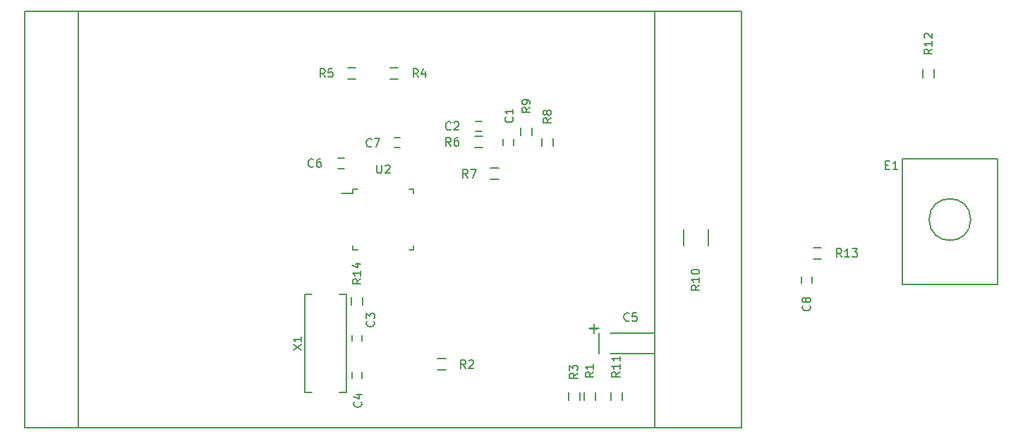
<source format=gbr>
G04 #@! TF.FileFunction,Legend,Top*
%FSLAX46Y46*%
G04 Gerber Fmt 4.6, Leading zero omitted, Abs format (unit mm)*
G04 Created by KiCad (PCBNEW (2015-06-16 BZR 5762, Git d3b3131)-product) date 2015.07.06. 6:50:41*
%MOMM*%
G01*
G04 APERTURE LIST*
%ADD10C,0.100000*%
%ADD11C,0.150000*%
G04 APERTURE END LIST*
D10*
D11*
X87411000Y-46070000D02*
X87411000Y-45370000D01*
X88611000Y-45370000D02*
X88611000Y-46070000D01*
X84105000Y-43215000D02*
X84805000Y-43215000D01*
X84805000Y-44415000D02*
X84105000Y-44415000D01*
X69250000Y-69565000D02*
X69250000Y-68865000D01*
X70450000Y-68865000D02*
X70450000Y-69565000D01*
X70450000Y-73310000D02*
X70450000Y-74010000D01*
X69250000Y-74010000D02*
X69250000Y-73310000D01*
X100269040Y-71048880D02*
X105470960Y-71048880D01*
X105470960Y-68651120D02*
X100269040Y-68651120D01*
X98270060Y-67551300D02*
X98270060Y-68651120D01*
X97670620Y-68051680D02*
X98869500Y-68051680D01*
X98874580Y-68651120D02*
X98874580Y-71048880D01*
X68295000Y-48860000D02*
X67595000Y-48860000D01*
X67595000Y-47660000D02*
X68295000Y-47660000D01*
X74326000Y-45183500D02*
X75026000Y-45183500D01*
X75026000Y-46383500D02*
X74326000Y-46383500D01*
X124425000Y-61880000D02*
X124425000Y-62580000D01*
X123225000Y-62580000D02*
X123225000Y-61880000D01*
X143500000Y-55000000D02*
G75*
G03X143500000Y-55000000I-2500000J0D01*
G01*
X135250000Y-62750000D02*
X146750000Y-62750000D01*
X146750000Y-62750000D02*
X146750000Y-47750000D01*
X146750000Y-47750000D02*
X135250000Y-47750000D01*
X135250000Y-47750000D02*
X135250000Y-62750000D01*
X98465000Y-75700000D02*
X98465000Y-76700000D01*
X97115000Y-76700000D02*
X97115000Y-75700000D01*
X79510000Y-71715000D02*
X80510000Y-71715000D01*
X80510000Y-73065000D02*
X79510000Y-73065000D01*
X96560000Y-75700000D02*
X96560000Y-76700000D01*
X95210000Y-76700000D02*
X95210000Y-75700000D01*
X73795000Y-36790000D02*
X74795000Y-36790000D01*
X74795000Y-38140000D02*
X73795000Y-38140000D01*
X69715000Y-38140000D02*
X68715000Y-38140000D01*
X68715000Y-36790000D02*
X69715000Y-36790000D01*
X84955000Y-46395000D02*
X83955000Y-46395000D01*
X83955000Y-45045000D02*
X84955000Y-45045000D01*
X86860000Y-50205000D02*
X85860000Y-50205000D01*
X85860000Y-48855000D02*
X86860000Y-48855000D01*
X92035000Y-46220000D02*
X92035000Y-45220000D01*
X93385000Y-45220000D02*
X93385000Y-46220000D01*
X89495000Y-44950000D02*
X89495000Y-43950000D01*
X90845000Y-43950000D02*
X90845000Y-44950000D01*
X111965000Y-56150000D02*
X111965000Y-58150000D01*
X109015000Y-58150000D02*
X109015000Y-56150000D01*
X101640000Y-75700000D02*
X101640000Y-76700000D01*
X100290000Y-76700000D02*
X100290000Y-75700000D01*
X137755000Y-37965000D02*
X137755000Y-36965000D01*
X139105000Y-36965000D02*
X139105000Y-37965000D01*
X124595000Y-58380000D02*
X125595000Y-58380000D01*
X125595000Y-59730000D02*
X124595000Y-59730000D01*
X70525000Y-64270000D02*
X70525000Y-65270000D01*
X69175000Y-65270000D02*
X69175000Y-64270000D01*
X69375000Y-51375000D02*
X69375000Y-51900000D01*
X76625000Y-51375000D02*
X76625000Y-51900000D01*
X76625000Y-58625000D02*
X76625000Y-58100000D01*
X69375000Y-58625000D02*
X69375000Y-58100000D01*
X69375000Y-51375000D02*
X69900000Y-51375000D01*
X69375000Y-58625000D02*
X69900000Y-58625000D01*
X76625000Y-58625000D02*
X76100000Y-58625000D01*
X76625000Y-51375000D02*
X76100000Y-51375000D01*
X69375000Y-51900000D02*
X68000000Y-51900000D01*
X105600000Y-80000000D02*
X105600000Y-30000000D01*
X36400000Y-80000000D02*
X36400000Y-30000000D01*
X116000000Y-80000000D02*
X116000000Y-30000000D01*
X116000000Y-30000000D02*
X30000000Y-30000000D01*
X30000000Y-30000000D02*
X30000000Y-80000000D01*
X30000000Y-80000000D02*
X116000000Y-80000000D01*
X68539360Y-75699620D02*
X68539360Y-64000380D01*
X63540640Y-64000380D02*
X63540640Y-75699620D01*
X68539360Y-64000380D02*
X67691000Y-64000380D01*
X63540640Y-64000380D02*
X64389000Y-64000380D01*
X68539360Y-75699620D02*
X67691000Y-75699620D01*
X63540640Y-75699620D02*
X64389000Y-75699620D01*
X88495143Y-42711666D02*
X88542762Y-42759285D01*
X88590381Y-42902142D01*
X88590381Y-42997380D01*
X88542762Y-43140238D01*
X88447524Y-43235476D01*
X88352286Y-43283095D01*
X88161810Y-43330714D01*
X88018952Y-43330714D01*
X87828476Y-43283095D01*
X87733238Y-43235476D01*
X87638000Y-43140238D01*
X87590381Y-42997380D01*
X87590381Y-42902142D01*
X87638000Y-42759285D01*
X87685619Y-42711666D01*
X88590381Y-41759285D02*
X88590381Y-42330714D01*
X88590381Y-42045000D02*
X87590381Y-42045000D01*
X87733238Y-42140238D01*
X87828476Y-42235476D01*
X87876095Y-42330714D01*
X81113334Y-44172143D02*
X81065715Y-44219762D01*
X80922858Y-44267381D01*
X80827620Y-44267381D01*
X80684762Y-44219762D01*
X80589524Y-44124524D01*
X80541905Y-44029286D01*
X80494286Y-43838810D01*
X80494286Y-43695952D01*
X80541905Y-43505476D01*
X80589524Y-43410238D01*
X80684762Y-43315000D01*
X80827620Y-43267381D01*
X80922858Y-43267381D01*
X81065715Y-43315000D01*
X81113334Y-43362619D01*
X81494286Y-43362619D02*
X81541905Y-43315000D01*
X81637143Y-43267381D01*
X81875239Y-43267381D01*
X81970477Y-43315000D01*
X82018096Y-43362619D01*
X82065715Y-43457857D01*
X82065715Y-43553095D01*
X82018096Y-43695952D01*
X81446667Y-44267381D01*
X82065715Y-44267381D01*
X71858143Y-67222666D02*
X71905762Y-67270285D01*
X71953381Y-67413142D01*
X71953381Y-67508380D01*
X71905762Y-67651238D01*
X71810524Y-67746476D01*
X71715286Y-67794095D01*
X71524810Y-67841714D01*
X71381952Y-67841714D01*
X71191476Y-67794095D01*
X71096238Y-67746476D01*
X71001000Y-67651238D01*
X70953381Y-67508380D01*
X70953381Y-67413142D01*
X71001000Y-67270285D01*
X71048619Y-67222666D01*
X70953381Y-66889333D02*
X70953381Y-66270285D01*
X71334333Y-66603619D01*
X71334333Y-66460761D01*
X71381952Y-66365523D01*
X71429571Y-66317904D01*
X71524810Y-66270285D01*
X71762905Y-66270285D01*
X71858143Y-66317904D01*
X71905762Y-66365523D01*
X71953381Y-66460761D01*
X71953381Y-66746476D01*
X71905762Y-66841714D01*
X71858143Y-66889333D01*
X70334143Y-76874666D02*
X70381762Y-76922285D01*
X70429381Y-77065142D01*
X70429381Y-77160380D01*
X70381762Y-77303238D01*
X70286524Y-77398476D01*
X70191286Y-77446095D01*
X70000810Y-77493714D01*
X69857952Y-77493714D01*
X69667476Y-77446095D01*
X69572238Y-77398476D01*
X69477000Y-77303238D01*
X69429381Y-77160380D01*
X69429381Y-77065142D01*
X69477000Y-76922285D01*
X69524619Y-76874666D01*
X69762714Y-76017523D02*
X70429381Y-76017523D01*
X69381762Y-76255619D02*
X70096048Y-76493714D01*
X70096048Y-75874666D01*
X102502674Y-67108343D02*
X102455055Y-67155962D01*
X102312198Y-67203581D01*
X102216960Y-67203581D01*
X102074102Y-67155962D01*
X101978864Y-67060724D01*
X101931245Y-66965486D01*
X101883626Y-66775010D01*
X101883626Y-66632152D01*
X101931245Y-66441676D01*
X101978864Y-66346438D01*
X102074102Y-66251200D01*
X102216960Y-66203581D01*
X102312198Y-66203581D01*
X102455055Y-66251200D01*
X102502674Y-66298819D01*
X103407436Y-66203581D02*
X102931245Y-66203581D01*
X102883626Y-66679771D01*
X102931245Y-66632152D01*
X103026483Y-66584533D01*
X103264579Y-66584533D01*
X103359817Y-66632152D01*
X103407436Y-66679771D01*
X103455055Y-66775010D01*
X103455055Y-67013105D01*
X103407436Y-67108343D01*
X103359817Y-67155962D01*
X103264579Y-67203581D01*
X103026483Y-67203581D01*
X102931245Y-67155962D01*
X102883626Y-67108343D01*
X97889108Y-68120569D02*
X98651013Y-68120569D01*
X98270061Y-68501521D02*
X98270061Y-67739616D01*
X64603334Y-48617143D02*
X64555715Y-48664762D01*
X64412858Y-48712381D01*
X64317620Y-48712381D01*
X64174762Y-48664762D01*
X64079524Y-48569524D01*
X64031905Y-48474286D01*
X63984286Y-48283810D01*
X63984286Y-48140952D01*
X64031905Y-47950476D01*
X64079524Y-47855238D01*
X64174762Y-47760000D01*
X64317620Y-47712381D01*
X64412858Y-47712381D01*
X64555715Y-47760000D01*
X64603334Y-47807619D01*
X65460477Y-47712381D02*
X65270000Y-47712381D01*
X65174762Y-47760000D01*
X65127143Y-47807619D01*
X65031905Y-47950476D01*
X64984286Y-48140952D01*
X64984286Y-48521905D01*
X65031905Y-48617143D01*
X65079524Y-48664762D01*
X65174762Y-48712381D01*
X65365239Y-48712381D01*
X65460477Y-48664762D01*
X65508096Y-48617143D01*
X65555715Y-48521905D01*
X65555715Y-48283810D01*
X65508096Y-48188571D01*
X65460477Y-48140952D01*
X65365239Y-48093333D01*
X65174762Y-48093333D01*
X65079524Y-48140952D01*
X65031905Y-48188571D01*
X64984286Y-48283810D01*
X71588334Y-46204143D02*
X71540715Y-46251762D01*
X71397858Y-46299381D01*
X71302620Y-46299381D01*
X71159762Y-46251762D01*
X71064524Y-46156524D01*
X71016905Y-46061286D01*
X70969286Y-45870810D01*
X70969286Y-45727952D01*
X71016905Y-45537476D01*
X71064524Y-45442238D01*
X71159762Y-45347000D01*
X71302620Y-45299381D01*
X71397858Y-45299381D01*
X71540715Y-45347000D01*
X71588334Y-45394619D01*
X71921667Y-45299381D02*
X72588334Y-45299381D01*
X72159762Y-46299381D01*
X124182143Y-65317666D02*
X124229762Y-65365285D01*
X124277381Y-65508142D01*
X124277381Y-65603380D01*
X124229762Y-65746238D01*
X124134524Y-65841476D01*
X124039286Y-65889095D01*
X123848810Y-65936714D01*
X123705952Y-65936714D01*
X123515476Y-65889095D01*
X123420238Y-65841476D01*
X123325000Y-65746238D01*
X123277381Y-65603380D01*
X123277381Y-65508142D01*
X123325000Y-65365285D01*
X123372619Y-65317666D01*
X123705952Y-64746238D02*
X123658333Y-64841476D01*
X123610714Y-64889095D01*
X123515476Y-64936714D01*
X123467857Y-64936714D01*
X123372619Y-64889095D01*
X123325000Y-64841476D01*
X123277381Y-64746238D01*
X123277381Y-64555761D01*
X123325000Y-64460523D01*
X123372619Y-64412904D01*
X123467857Y-64365285D01*
X123515476Y-64365285D01*
X123610714Y-64412904D01*
X123658333Y-64460523D01*
X123705952Y-64555761D01*
X123705952Y-64746238D01*
X123753571Y-64841476D01*
X123801190Y-64889095D01*
X123896429Y-64936714D01*
X124086905Y-64936714D01*
X124182143Y-64889095D01*
X124229762Y-64841476D01*
X124277381Y-64746238D01*
X124277381Y-64555761D01*
X124229762Y-64460523D01*
X124182143Y-64412904D01*
X124086905Y-64365285D01*
X123896429Y-64365285D01*
X123801190Y-64412904D01*
X123753571Y-64460523D01*
X123705952Y-64555761D01*
X133294524Y-48442571D02*
X133627858Y-48442571D01*
X133770715Y-48966381D02*
X133294524Y-48966381D01*
X133294524Y-47966381D01*
X133770715Y-47966381D01*
X134723096Y-48966381D02*
X134151667Y-48966381D01*
X134437381Y-48966381D02*
X134437381Y-47966381D01*
X134342143Y-48109238D01*
X134246905Y-48204476D01*
X134151667Y-48252095D01*
X98242381Y-73318666D02*
X97766190Y-73652000D01*
X98242381Y-73890095D02*
X97242381Y-73890095D01*
X97242381Y-73509142D01*
X97290000Y-73413904D01*
X97337619Y-73366285D01*
X97432857Y-73318666D01*
X97575714Y-73318666D01*
X97670952Y-73366285D01*
X97718571Y-73413904D01*
X97766190Y-73509142D01*
X97766190Y-73890095D01*
X98242381Y-72366285D02*
X98242381Y-72937714D01*
X98242381Y-72652000D02*
X97242381Y-72652000D01*
X97385238Y-72747238D01*
X97480476Y-72842476D01*
X97528095Y-72937714D01*
X82891334Y-72842381D02*
X82558000Y-72366190D01*
X82319905Y-72842381D02*
X82319905Y-71842381D01*
X82700858Y-71842381D01*
X82796096Y-71890000D01*
X82843715Y-71937619D01*
X82891334Y-72032857D01*
X82891334Y-72175714D01*
X82843715Y-72270952D01*
X82796096Y-72318571D01*
X82700858Y-72366190D01*
X82319905Y-72366190D01*
X83272286Y-71937619D02*
X83319905Y-71890000D01*
X83415143Y-71842381D01*
X83653239Y-71842381D01*
X83748477Y-71890000D01*
X83796096Y-71937619D01*
X83843715Y-72032857D01*
X83843715Y-72128095D01*
X83796096Y-72270952D01*
X83224667Y-72842381D01*
X83843715Y-72842381D01*
X96337381Y-73445666D02*
X95861190Y-73779000D01*
X96337381Y-74017095D02*
X95337381Y-74017095D01*
X95337381Y-73636142D01*
X95385000Y-73540904D01*
X95432619Y-73493285D01*
X95527857Y-73445666D01*
X95670714Y-73445666D01*
X95765952Y-73493285D01*
X95813571Y-73540904D01*
X95861190Y-73636142D01*
X95861190Y-74017095D01*
X95337381Y-73112333D02*
X95337381Y-72493285D01*
X95718333Y-72826619D01*
X95718333Y-72683761D01*
X95765952Y-72588523D01*
X95813571Y-72540904D01*
X95908810Y-72493285D01*
X96146905Y-72493285D01*
X96242143Y-72540904D01*
X96289762Y-72588523D01*
X96337381Y-72683761D01*
X96337381Y-72969476D01*
X96289762Y-73064714D01*
X96242143Y-73112333D01*
X77176334Y-37917381D02*
X76843000Y-37441190D01*
X76604905Y-37917381D02*
X76604905Y-36917381D01*
X76985858Y-36917381D01*
X77081096Y-36965000D01*
X77128715Y-37012619D01*
X77176334Y-37107857D01*
X77176334Y-37250714D01*
X77128715Y-37345952D01*
X77081096Y-37393571D01*
X76985858Y-37441190D01*
X76604905Y-37441190D01*
X78033477Y-37250714D02*
X78033477Y-37917381D01*
X77795381Y-36869762D02*
X77557286Y-37584048D01*
X78176334Y-37584048D01*
X66000334Y-37917381D02*
X65667000Y-37441190D01*
X65428905Y-37917381D02*
X65428905Y-36917381D01*
X65809858Y-36917381D01*
X65905096Y-36965000D01*
X65952715Y-37012619D01*
X66000334Y-37107857D01*
X66000334Y-37250714D01*
X65952715Y-37345952D01*
X65905096Y-37393571D01*
X65809858Y-37441190D01*
X65428905Y-37441190D01*
X66905096Y-36917381D02*
X66428905Y-36917381D01*
X66381286Y-37393571D01*
X66428905Y-37345952D01*
X66524143Y-37298333D01*
X66762239Y-37298333D01*
X66857477Y-37345952D01*
X66905096Y-37393571D01*
X66952715Y-37488810D01*
X66952715Y-37726905D01*
X66905096Y-37822143D01*
X66857477Y-37869762D01*
X66762239Y-37917381D01*
X66524143Y-37917381D01*
X66428905Y-37869762D01*
X66381286Y-37822143D01*
X81113334Y-46172381D02*
X80780000Y-45696190D01*
X80541905Y-46172381D02*
X80541905Y-45172381D01*
X80922858Y-45172381D01*
X81018096Y-45220000D01*
X81065715Y-45267619D01*
X81113334Y-45362857D01*
X81113334Y-45505714D01*
X81065715Y-45600952D01*
X81018096Y-45648571D01*
X80922858Y-45696190D01*
X80541905Y-45696190D01*
X81970477Y-45172381D02*
X81780000Y-45172381D01*
X81684762Y-45220000D01*
X81637143Y-45267619D01*
X81541905Y-45410476D01*
X81494286Y-45600952D01*
X81494286Y-45981905D01*
X81541905Y-46077143D01*
X81589524Y-46124762D01*
X81684762Y-46172381D01*
X81875239Y-46172381D01*
X81970477Y-46124762D01*
X82018096Y-46077143D01*
X82065715Y-45981905D01*
X82065715Y-45743810D01*
X82018096Y-45648571D01*
X81970477Y-45600952D01*
X81875239Y-45553333D01*
X81684762Y-45553333D01*
X81589524Y-45600952D01*
X81541905Y-45648571D01*
X81494286Y-45743810D01*
X83145334Y-49982381D02*
X82812000Y-49506190D01*
X82573905Y-49982381D02*
X82573905Y-48982381D01*
X82954858Y-48982381D01*
X83050096Y-49030000D01*
X83097715Y-49077619D01*
X83145334Y-49172857D01*
X83145334Y-49315714D01*
X83097715Y-49410952D01*
X83050096Y-49458571D01*
X82954858Y-49506190D01*
X82573905Y-49506190D01*
X83478667Y-48982381D02*
X84145334Y-48982381D01*
X83716762Y-49982381D01*
X93162381Y-42838666D02*
X92686190Y-43172000D01*
X93162381Y-43410095D02*
X92162381Y-43410095D01*
X92162381Y-43029142D01*
X92210000Y-42933904D01*
X92257619Y-42886285D01*
X92352857Y-42838666D01*
X92495714Y-42838666D01*
X92590952Y-42886285D01*
X92638571Y-42933904D01*
X92686190Y-43029142D01*
X92686190Y-43410095D01*
X92590952Y-42267238D02*
X92543333Y-42362476D01*
X92495714Y-42410095D01*
X92400476Y-42457714D01*
X92352857Y-42457714D01*
X92257619Y-42410095D01*
X92210000Y-42362476D01*
X92162381Y-42267238D01*
X92162381Y-42076761D01*
X92210000Y-41981523D01*
X92257619Y-41933904D01*
X92352857Y-41886285D01*
X92400476Y-41886285D01*
X92495714Y-41933904D01*
X92543333Y-41981523D01*
X92590952Y-42076761D01*
X92590952Y-42267238D01*
X92638571Y-42362476D01*
X92686190Y-42410095D01*
X92781429Y-42457714D01*
X92971905Y-42457714D01*
X93067143Y-42410095D01*
X93114762Y-42362476D01*
X93162381Y-42267238D01*
X93162381Y-42076761D01*
X93114762Y-41981523D01*
X93067143Y-41933904D01*
X92971905Y-41886285D01*
X92781429Y-41886285D01*
X92686190Y-41933904D01*
X92638571Y-41981523D01*
X92590952Y-42076761D01*
X90622381Y-41568666D02*
X90146190Y-41902000D01*
X90622381Y-42140095D02*
X89622381Y-42140095D01*
X89622381Y-41759142D01*
X89670000Y-41663904D01*
X89717619Y-41616285D01*
X89812857Y-41568666D01*
X89955714Y-41568666D01*
X90050952Y-41616285D01*
X90098571Y-41663904D01*
X90146190Y-41759142D01*
X90146190Y-42140095D01*
X90622381Y-41092476D02*
X90622381Y-40902000D01*
X90574762Y-40806761D01*
X90527143Y-40759142D01*
X90384286Y-40663904D01*
X90193810Y-40616285D01*
X89812857Y-40616285D01*
X89717619Y-40663904D01*
X89670000Y-40711523D01*
X89622381Y-40806761D01*
X89622381Y-40997238D01*
X89670000Y-41092476D01*
X89717619Y-41140095D01*
X89812857Y-41187714D01*
X90050952Y-41187714D01*
X90146190Y-41140095D01*
X90193810Y-41092476D01*
X90241429Y-40997238D01*
X90241429Y-40806761D01*
X90193810Y-40711523D01*
X90146190Y-40663904D01*
X90050952Y-40616285D01*
X110942381Y-62872857D02*
X110466190Y-63206191D01*
X110942381Y-63444286D02*
X109942381Y-63444286D01*
X109942381Y-63063333D01*
X109990000Y-62968095D01*
X110037619Y-62920476D01*
X110132857Y-62872857D01*
X110275714Y-62872857D01*
X110370952Y-62920476D01*
X110418571Y-62968095D01*
X110466190Y-63063333D01*
X110466190Y-63444286D01*
X110942381Y-61920476D02*
X110942381Y-62491905D01*
X110942381Y-62206191D02*
X109942381Y-62206191D01*
X110085238Y-62301429D01*
X110180476Y-62396667D01*
X110228095Y-62491905D01*
X109942381Y-61301429D02*
X109942381Y-61206190D01*
X109990000Y-61110952D01*
X110037619Y-61063333D01*
X110132857Y-61015714D01*
X110323333Y-60968095D01*
X110561429Y-60968095D01*
X110751905Y-61015714D01*
X110847143Y-61063333D01*
X110894762Y-61110952D01*
X110942381Y-61206190D01*
X110942381Y-61301429D01*
X110894762Y-61396667D01*
X110847143Y-61444286D01*
X110751905Y-61491905D01*
X110561429Y-61539524D01*
X110323333Y-61539524D01*
X110132857Y-61491905D01*
X110037619Y-61444286D01*
X109990000Y-61396667D01*
X109942381Y-61301429D01*
X101417381Y-73286857D02*
X100941190Y-73620191D01*
X101417381Y-73858286D02*
X100417381Y-73858286D01*
X100417381Y-73477333D01*
X100465000Y-73382095D01*
X100512619Y-73334476D01*
X100607857Y-73286857D01*
X100750714Y-73286857D01*
X100845952Y-73334476D01*
X100893571Y-73382095D01*
X100941190Y-73477333D01*
X100941190Y-73858286D01*
X101417381Y-72334476D02*
X101417381Y-72905905D01*
X101417381Y-72620191D02*
X100417381Y-72620191D01*
X100560238Y-72715429D01*
X100655476Y-72810667D01*
X100703095Y-72905905D01*
X101417381Y-71382095D02*
X101417381Y-71953524D01*
X101417381Y-71667810D02*
X100417381Y-71667810D01*
X100560238Y-71763048D01*
X100655476Y-71858286D01*
X100703095Y-71953524D01*
X138882381Y-34551857D02*
X138406190Y-34885191D01*
X138882381Y-35123286D02*
X137882381Y-35123286D01*
X137882381Y-34742333D01*
X137930000Y-34647095D01*
X137977619Y-34599476D01*
X138072857Y-34551857D01*
X138215714Y-34551857D01*
X138310952Y-34599476D01*
X138358571Y-34647095D01*
X138406190Y-34742333D01*
X138406190Y-35123286D01*
X138882381Y-33599476D02*
X138882381Y-34170905D01*
X138882381Y-33885191D02*
X137882381Y-33885191D01*
X138025238Y-33980429D01*
X138120476Y-34075667D01*
X138168095Y-34170905D01*
X137977619Y-33218524D02*
X137930000Y-33170905D01*
X137882381Y-33075667D01*
X137882381Y-32837571D01*
X137930000Y-32742333D01*
X137977619Y-32694714D01*
X138072857Y-32647095D01*
X138168095Y-32647095D01*
X138310952Y-32694714D01*
X138882381Y-33266143D01*
X138882381Y-32647095D01*
X128008143Y-59507381D02*
X127674809Y-59031190D01*
X127436714Y-59507381D02*
X127436714Y-58507381D01*
X127817667Y-58507381D01*
X127912905Y-58555000D01*
X127960524Y-58602619D01*
X128008143Y-58697857D01*
X128008143Y-58840714D01*
X127960524Y-58935952D01*
X127912905Y-58983571D01*
X127817667Y-59031190D01*
X127436714Y-59031190D01*
X128960524Y-59507381D02*
X128389095Y-59507381D01*
X128674809Y-59507381D02*
X128674809Y-58507381D01*
X128579571Y-58650238D01*
X128484333Y-58745476D01*
X128389095Y-58793095D01*
X129293857Y-58507381D02*
X129912905Y-58507381D01*
X129579571Y-58888333D01*
X129722429Y-58888333D01*
X129817667Y-58935952D01*
X129865286Y-58983571D01*
X129912905Y-59078810D01*
X129912905Y-59316905D01*
X129865286Y-59412143D01*
X129817667Y-59459762D01*
X129722429Y-59507381D01*
X129436714Y-59507381D01*
X129341476Y-59459762D01*
X129293857Y-59412143D01*
X70302381Y-62110857D02*
X69826190Y-62444191D01*
X70302381Y-62682286D02*
X69302381Y-62682286D01*
X69302381Y-62301333D01*
X69350000Y-62206095D01*
X69397619Y-62158476D01*
X69492857Y-62110857D01*
X69635714Y-62110857D01*
X69730952Y-62158476D01*
X69778571Y-62206095D01*
X69826190Y-62301333D01*
X69826190Y-62682286D01*
X70302381Y-61158476D02*
X70302381Y-61729905D01*
X70302381Y-61444191D02*
X69302381Y-61444191D01*
X69445238Y-61539429D01*
X69540476Y-61634667D01*
X69588095Y-61729905D01*
X69635714Y-60301333D02*
X70302381Y-60301333D01*
X69254762Y-60539429D02*
X69969048Y-60777524D01*
X69969048Y-60158476D01*
X72238095Y-48452381D02*
X72238095Y-49261905D01*
X72285714Y-49357143D01*
X72333333Y-49404762D01*
X72428571Y-49452381D01*
X72619048Y-49452381D01*
X72714286Y-49404762D01*
X72761905Y-49357143D01*
X72809524Y-49261905D01*
X72809524Y-48452381D01*
X73238095Y-48547619D02*
X73285714Y-48500000D01*
X73380952Y-48452381D01*
X73619048Y-48452381D01*
X73714286Y-48500000D01*
X73761905Y-48547619D01*
X73809524Y-48642857D01*
X73809524Y-48738095D01*
X73761905Y-48880952D01*
X73190476Y-49452381D01*
X73809524Y-49452381D01*
X62190381Y-70659524D02*
X63190381Y-69992857D01*
X62190381Y-69992857D02*
X63190381Y-70659524D01*
X63190381Y-69088095D02*
X63190381Y-69659524D01*
X63190381Y-69373810D02*
X62190381Y-69373810D01*
X62333238Y-69469048D01*
X62428476Y-69564286D01*
X62476095Y-69659524D01*
M02*

</source>
